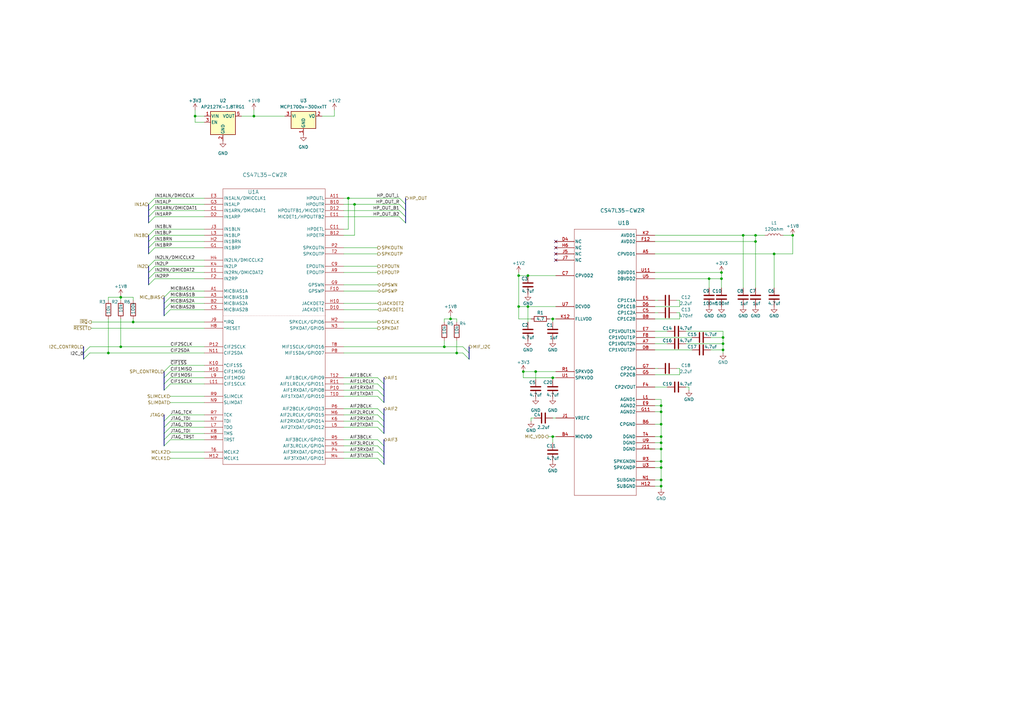
<source format=kicad_sch>
(kicad_sch (version 20230121) (generator eeschema)
  (paper "A3")
  (title_block (title "CS47L35 test board") (date "2023-10-04") (rev "1"))
  (junction (at 49.53 142.24))
  (junction (at 182.245 142.24))
  (junction (at 212.725 125.73))
  (junction (at 296.545 143.51))
  (junction (at 271.145 189.23))
  (junction (at 290.83 114.3))
  (junction (at 296.545 138.43))
  (junction (at 49.53 121.92))
  (junction (at 295.91 111.76))
  (junction (at 304.8 96.52))
  (junction (at 104.14 47.625))
  (junction (at 212.725 113.03))
  (junction (at 309.88 99.06))
  (junction (at 271.145 181.61))
  (junction (at 184.785 130.81))
  (junction (at 216.535 125.73))
  (junction (at 226.695 130.81))
  (junction (at 54.61 132.08))
  (junction (at 271.145 173.99))
  (junction (at 295.91 114.3))
  (junction (at 80.01 47.625))
  (junction (at 145.415 83.82))
  (junction (at 271.145 179.07))
  (junction (at 44.45 144.78))
  (junction (at 271.145 199.39))
  (junction (at 214.63 152.4))
  (junction (at 325.12 96.52))
  (junction (at 271.145 168.91))
  (junction (at 271.145 166.37))
  (junction (at 296.545 140.97))
  (junction (at 271.145 184.15))
  (junction (at 216.535 113.03))
  (junction (at 226.695 154.94))
  (junction (at 187.325 144.78))
  (junction (at 271.145 191.77))
  (junction (at 226.695 179.07))
  (junction (at 142.875 81.28))
  (junction (at 271.145 196.85))
  (junction (at 219.71 152.4))
  (junction (at 309.88 96.52))
  (junction (at 317.5 104.14))
  (no_connect (at 227.965 106.68))
  (no_connect (at 227.965 104.14))
  (no_connect (at 227.965 101.6))
  (no_connect (at 227.965 99.06))
  (bus_entry (at 69.85 121.92) (size -2.54 2.54))
  (bus_entry (at 60.96 96.52) (size 2.54 -2.54))
  (bus_entry (at 154.94 167.64) (size 2.54 2.54))
  (bus_entry (at 60.96 88.9) (size 2.54 -2.54))
  (bus_entry (at 154.94 180.34) (size 2.54 2.54))
  (bus_entry (at 154.94 160.02) (size 2.54 2.54))
  (bus_entry (at 154.94 154.94) (size 2.54 2.54))
  (bus_entry (at 69.85 170.18) (size -2.54 2.54))
  (bus_entry (at 67.31 157.48) (size 2.54 -2.54))
  (bus_entry (at 60.96 104.14) (size 2.54 -2.54))
  (bus_entry (at 60.96 91.44) (size 2.54 -2.54))
  (bus_entry (at 163.83 86.36) (size 2.54 2.54))
  (bus_entry (at 67.31 154.94) (size 2.54 -2.54))
  (bus_entry (at 154.94 175.26) (size 2.54 2.54))
  (bus_entry (at 154.94 185.42) (size 2.54 2.54))
  (bus_entry (at 69.85 180.34) (size -2.54 2.54))
  (bus_entry (at 69.85 119.38) (size -2.54 2.54))
  (bus_entry (at 34.29 144.78) (size 2.54 -2.54))
  (bus_entry (at 69.85 172.72) (size -2.54 2.54))
  (bus_entry (at 163.83 88.9) (size 2.54 2.54))
  (bus_entry (at 34.29 147.32) (size 2.54 -2.54))
  (bus_entry (at 192.405 144.78) (size -2.54 -2.54))
  (bus_entry (at 69.85 175.26) (size -2.54 2.54))
  (bus_entry (at 163.83 81.28) (size 2.54 2.54))
  (bus_entry (at 67.31 160.02) (size 2.54 -2.54))
  (bus_entry (at 60.96 101.6) (size 2.54 -2.54))
  (bus_entry (at 63.5 106.68) (size -2.54 2.54))
  (bus_entry (at 60.96 86.36) (size 2.54 -2.54))
  (bus_entry (at 154.94 170.18) (size 2.54 2.54))
  (bus_entry (at 63.5 109.22) (size -2.54 2.54))
  (bus_entry (at 69.85 177.8) (size -2.54 2.54))
  (bus_entry (at 63.5 111.76) (size -2.54 2.54))
  (bus_entry (at 154.94 172.72) (size 2.54 2.54))
  (bus_entry (at 60.96 83.82) (size 2.54 -2.54))
  (bus_entry (at 154.94 162.56) (size 2.54 2.54))
  (bus_entry (at 163.83 83.82) (size 2.54 2.54))
  (bus_entry (at 69.85 124.46) (size -2.54 2.54))
  (bus_entry (at 63.5 114.3) (size -2.54 2.54))
  (bus_entry (at 154.94 157.48) (size 2.54 2.54))
  (bus_entry (at 154.94 182.88) (size 2.54 2.54))
  (bus_entry (at 154.94 187.96) (size 2.54 2.54))
  (bus_entry (at 192.405 147.32) (size -2.54 -2.54))
  (bus_entry (at 60.96 99.06) (size 2.54 -2.54))
  (bus_entry (at 69.85 127) (size -2.54 2.54))
  (bus_entry (at 67.31 152.4) (size 2.54 -2.54))
  (wire (pts (xy 212.725 113.03) (xy 216.535 113.03)))
  (wire (pts (xy 271.145 163.83) (xy 271.145 166.37)))
  (wire (pts (xy 140.97 162.56) (xy 154.94 162.56)))
  (wire (pts (xy 226.695 130.81) (xy 227.965 130.81)))
  (wire (pts (xy 309.88 96.52) (xy 313.69 96.52)))
  (bus (pts (xy 34.29 142.24) (xy 34.29 144.78)))
  (wire (pts (xy 154.94 127) (xy 140.97 127)))
  (wire (pts (xy 63.5 96.52) (xy 83.82 96.52)))
  (wire (pts (xy 281.305 140.97) (xy 296.545 140.97)))
  (wire (pts (xy 80.01 45.085) (xy 80.01 47.625)))
  (wire (pts (xy 49.53 121.285) (xy 49.53 121.92)))
  (wire (pts (xy 54.61 132.08) (xy 37.465 132.08)))
  (wire (pts (xy 145.415 96.52) (xy 145.415 83.82)))
  (wire (pts (xy 140.97 88.9) (xy 163.83 88.9)))
  (bus (pts (xy 157.48 157.48) (xy 157.48 160.02)))
  (wire (pts (xy 219.71 152.4) (xy 227.965 152.4)))
  (bus (pts (xy 166.37 86.36) (xy 166.37 88.9)))
  (wire (pts (xy 44.45 123.19) (xy 44.45 121.92)))
  (bus (pts (xy 67.31 175.26) (xy 67.31 177.8)))
  (wire (pts (xy 69.85 162.56) (xy 83.82 162.56)))
  (wire (pts (xy 137.16 45.085) (xy 137.16 47.625)))
  (bus (pts (xy 60.96 101.6) (xy 60.96 104.14)))
  (wire (pts (xy 271.145 199.39) (xy 271.145 200.66)))
  (wire (pts (xy 140.97 154.94) (xy 154.94 154.94)))
  (bus (pts (xy 166.37 81.28) (xy 166.37 83.82)))
  (bus (pts (xy 60.96 88.9) (xy 60.96 91.44)))
  (wire (pts (xy 80.01 47.625) (xy 83.82 47.625)))
  (wire (pts (xy 290.83 114.3) (xy 290.83 118.11)))
  (bus (pts (xy 67.31 127) (xy 67.31 129.54)))
  (wire (pts (xy 226.695 179.07) (xy 226.695 181.61)))
  (wire (pts (xy 49.53 130.81) (xy 49.53 142.24)))
  (wire (pts (xy 214.63 152.4) (xy 219.71 152.4)))
  (wire (pts (xy 140.97 101.6) (xy 154.94 101.6)))
  (wire (pts (xy 184.785 130.81) (xy 187.325 130.81)))
  (bus (pts (xy 192.405 144.78) (xy 192.405 147.32)))
  (bus (pts (xy 67.31 121.92) (xy 67.31 124.46)))
  (wire (pts (xy 296.545 143.51) (xy 291.465 143.51)))
  (wire (pts (xy 154.94 116.84) (xy 140.97 116.84)))
  (wire (pts (xy 154.94 124.46) (xy 140.97 124.46)))
  (wire (pts (xy 212.725 130.81) (xy 212.725 125.73)))
  (wire (pts (xy 268.605 104.14) (xy 317.5 104.14)))
  (wire (pts (xy 271.145 163.83) (xy 268.605 163.83)))
  (wire (pts (xy 268.605 181.61) (xy 271.145 181.61)))
  (wire (pts (xy 83.82 93.98) (xy 63.5 93.98)))
  (wire (pts (xy 212.725 111.76) (xy 212.725 113.03)))
  (wire (pts (xy 80.01 50.165) (xy 80.01 47.625)))
  (wire (pts (xy 63.5 83.82) (xy 83.82 83.82)))
  (wire (pts (xy 317.5 104.14) (xy 325.12 104.14)))
  (wire (pts (xy 104.14 45.085) (xy 104.14 47.625)))
  (bus (pts (xy 67.31 177.8) (xy 67.31 180.34)))
  (wire (pts (xy 83.82 180.34) (xy 69.85 180.34)))
  (wire (pts (xy 154.94 109.22) (xy 140.97 109.22)))
  (wire (pts (xy 268.605 173.99) (xy 271.145 173.99)))
  (wire (pts (xy 63.5 88.9) (xy 83.82 88.9)))
  (wire (pts (xy 317.5 104.14) (xy 317.5 118.11)))
  (wire (pts (xy 140.97 157.48) (xy 154.94 157.48)))
  (bus (pts (xy 157.48 162.56) (xy 157.48 165.1)))
  (wire (pts (xy 104.14 47.625) (xy 99.06 47.625)))
  (wire (pts (xy 225.425 130.81) (xy 226.695 130.81)))
  (wire (pts (xy 49.53 121.92) (xy 49.53 123.19)))
  (wire (pts (xy 321.31 96.52) (xy 325.12 96.52)))
  (wire (pts (xy 290.83 114.3) (xy 295.91 114.3)))
  (wire (pts (xy 296.545 135.89) (xy 296.545 138.43)))
  (wire (pts (xy 140.97 160.02) (xy 154.94 160.02)))
  (wire (pts (xy 224.79 179.07) (xy 226.695 179.07)))
  (wire (pts (xy 49.53 142.24) (xy 83.82 142.24)))
  (wire (pts (xy 182.245 139.7) (xy 182.245 142.24)))
  (bus (pts (xy 60.96 114.3) (xy 60.96 116.84)))
  (wire (pts (xy 54.61 121.92) (xy 49.53 121.92)))
  (wire (pts (xy 291.465 138.43) (xy 296.545 138.43)))
  (wire (pts (xy 69.85 187.96) (xy 83.82 187.96)))
  (wire (pts (xy 140.97 187.96) (xy 154.94 187.96)))
  (wire (pts (xy 268.605 111.76) (xy 295.91 111.76)))
  (wire (pts (xy 182.245 132.08) (xy 182.245 130.81)))
  (wire (pts (xy 137.16 47.625) (xy 132.08 47.625)))
  (wire (pts (xy 83.82 157.48) (xy 69.85 157.48)))
  (wire (pts (xy 271.145 191.77) (xy 271.145 196.85)))
  (wire (pts (xy 214.63 154.94) (xy 226.695 154.94)))
  (wire (pts (xy 154.94 134.62) (xy 140.97 134.62)))
  (wire (pts (xy 271.145 173.99) (xy 271.145 179.07)))
  (wire (pts (xy 140.97 170.18) (xy 154.94 170.18)))
  (bus (pts (xy 157.48 180.34) (xy 157.48 182.88)))
  (wire (pts (xy 296.545 140.97) (xy 296.545 143.51)))
  (wire (pts (xy 268.605 199.39) (xy 271.145 199.39)))
  (wire (pts (xy 140.97 93.98) (xy 142.875 93.98)))
  (wire (pts (xy 217.805 130.81) (xy 212.725 130.81)))
  (wire (pts (xy 104.14 47.625) (xy 116.84 47.625)))
  (bus (pts (xy 157.48 154.94) (xy 157.48 157.48)))
  (bus (pts (xy 157.48 167.64) (xy 157.48 170.18)))
  (wire (pts (xy 268.605 166.37) (xy 271.145 166.37)))
  (wire (pts (xy 83.82 152.4) (xy 69.85 152.4)))
  (wire (pts (xy 83.82 99.06) (xy 63.5 99.06)))
  (wire (pts (xy 83.82 124.46) (xy 69.85 124.46)))
  (wire (pts (xy 142.875 81.28) (xy 163.83 81.28)))
  (wire (pts (xy 140.97 185.42) (xy 154.94 185.42)))
  (wire (pts (xy 268.605 143.51) (xy 283.845 143.51)))
  (wire (pts (xy 83.82 175.26) (xy 69.85 175.26)))
  (wire (pts (xy 268.605 140.97) (xy 273.685 140.97)))
  (bus (pts (xy 67.31 154.94) (xy 67.31 157.48)))
  (bus (pts (xy 67.31 152.4) (xy 67.31 154.94)))
  (bus (pts (xy 60.96 86.36) (xy 60.96 88.9)))
  (wire (pts (xy 83.82 134.62) (xy 37.465 134.62)))
  (wire (pts (xy 83.82 149.86) (xy 69.85 149.86)))
  (wire (pts (xy 140.97 144.78) (xy 187.325 144.78)))
  (wire (pts (xy 217.805 172.72) (xy 217.805 171.45)))
  (wire (pts (xy 296.545 138.43) (xy 296.545 140.97)))
  (bus (pts (xy 60.96 99.06) (xy 60.96 101.6)))
  (bus (pts (xy 34.29 144.78) (xy 34.29 147.32)))
  (wire (pts (xy 219.71 155.575) (xy 219.71 152.4)))
  (bus (pts (xy 60.96 96.52) (xy 60.96 99.06)))
  (wire (pts (xy 268.605 168.91) (xy 271.145 168.91)))
  (wire (pts (xy 226.695 154.94) (xy 227.965 154.94)))
  (wire (pts (xy 271.145 196.85) (xy 271.145 199.39)))
  (wire (pts (xy 83.82 121.92) (xy 69.85 121.92)))
  (bus (pts (xy 60.96 109.22) (xy 60.96 111.76)))
  (bus (pts (xy 157.48 187.96) (xy 157.48 190.5)))
  (wire (pts (xy 63.5 109.22) (xy 83.82 109.22)))
  (wire (pts (xy 83.82 119.38) (xy 69.85 119.38)))
  (wire (pts (xy 145.415 83.82) (xy 140.97 83.82)))
  (wire (pts (xy 63.5 101.6) (xy 83.82 101.6)))
  (wire (pts (xy 140.97 142.24) (xy 182.245 142.24)))
  (wire (pts (xy 63.5 114.3) (xy 83.82 114.3)))
  (wire (pts (xy 44.45 144.78) (xy 83.82 144.78)))
  (wire (pts (xy 217.805 171.45) (xy 219.075 171.45)))
  (wire (pts (xy 154.94 132.08) (xy 140.97 132.08)))
  (wire (pts (xy 83.82 81.28) (xy 63.5 81.28)))
  (wire (pts (xy 212.725 113.03) (xy 212.725 125.73)))
  (wire (pts (xy 83.82 154.94) (xy 69.85 154.94)))
  (wire (pts (xy 69.85 172.72) (xy 83.82 172.72)))
  (wire (pts (xy 216.535 125.73) (xy 216.535 132.08)))
  (wire (pts (xy 83.82 127) (xy 69.85 127)))
  (wire (pts (xy 142.875 93.98) (xy 142.875 81.28)))
  (wire (pts (xy 277.495 123.19) (xy 278.765 123.19)))
  (bus (pts (xy 192.405 142.24) (xy 192.405 144.78)))
  (wire (pts (xy 296.545 144.78) (xy 296.545 143.51)))
  (wire (pts (xy 268.605 158.75) (xy 273.685 158.75)))
  (wire (pts (xy 268.605 151.13) (xy 269.875 151.13)))
  (wire (pts (xy 226.695 171.45) (xy 227.965 171.45)))
  (wire (pts (xy 271.145 179.07) (xy 271.145 181.61)))
  (wire (pts (xy 83.82 132.08) (xy 54.61 132.08)))
  (wire (pts (xy 309.88 96.52) (xy 309.88 99.06)))
  (wire (pts (xy 226.695 132.08) (xy 226.695 130.81)))
  (wire (pts (xy 227.965 179.07) (xy 226.695 179.07)))
  (wire (pts (xy 140.97 86.36) (xy 163.83 86.36)))
  (wire (pts (xy 189.865 144.78) (xy 187.325 144.78)))
  (wire (pts (xy 83.82 177.8) (xy 69.85 177.8)))
  (bus (pts (xy 60.96 111.76) (xy 60.96 114.3)))
  (bus (pts (xy 157.48 175.26) (xy 157.48 177.8)))
  (wire (pts (xy 268.605 196.85) (xy 271.145 196.85)))
  (wire (pts (xy 83.82 170.18) (xy 69.85 170.18)))
  (wire (pts (xy 271.145 191.77) (xy 268.605 191.77)))
  (wire (pts (xy 226.695 155.575) (xy 226.695 154.94)))
  (wire (pts (xy 278.765 151.13) (xy 278.765 153.67)))
  (wire (pts (xy 268.605 138.43) (xy 283.845 138.43)))
  (wire (pts (xy 36.83 142.24) (xy 49.53 142.24)))
  (wire (pts (xy 295.91 114.3) (xy 295.91 111.76)))
  (wire (pts (xy 271.145 179.07) (xy 268.605 179.07)))
  (wire (pts (xy 184.785 129.54) (xy 184.785 130.81)))
  (wire (pts (xy 83.82 50.165) (xy 80.01 50.165)))
  (wire (pts (xy 268.605 123.19) (xy 269.875 123.19)))
  (wire (pts (xy 54.61 130.81) (xy 54.61 132.08)))
  (wire (pts (xy 277.495 128.27) (xy 278.765 128.27)))
  (wire (pts (xy 212.725 125.73) (xy 216.535 125.73)))
  (bus (pts (xy 157.48 170.18) (xy 157.48 172.72)))
  (wire (pts (xy 278.765 123.19) (xy 278.765 125.73)))
  (bus (pts (xy 166.37 88.9) (xy 166.37 91.44)))
  (wire (pts (xy 145.415 83.82) (xy 163.83 83.82)))
  (bus (pts (xy 157.48 160.02) (xy 157.48 162.56)))
  (wire (pts (xy 154.94 111.76) (xy 140.97 111.76)))
  (wire (pts (xy 69.85 185.42) (xy 83.82 185.42)))
  (bus (pts (xy 67.31 157.48) (xy 67.31 160.02)))
  (wire (pts (xy 271.145 184.15) (xy 271.145 189.23)))
  (wire (pts (xy 83.82 86.36) (xy 63.5 86.36)))
  (wire (pts (xy 309.88 99.06) (xy 309.88 118.11)))
  (bus (pts (xy 166.37 83.82) (xy 166.37 86.36)))
  (wire (pts (xy 281.305 135.89) (xy 296.545 135.89)))
  (wire (pts (xy 282.575 160.02) (xy 282.575 158.75)))
  (wire (pts (xy 140.97 182.88) (xy 154.94 182.88)))
  (wire (pts (xy 187.325 139.7) (xy 187.325 144.78)))
  (wire (pts (xy 271.145 168.91) (xy 271.145 173.99)))
  (wire (pts (xy 268.605 189.23) (xy 271.145 189.23)))
  (wire (pts (xy 282.575 158.75) (xy 281.305 158.75)))
  (wire (pts (xy 268.605 99.06) (xy 309.88 99.06)))
  (wire (pts (xy 36.83 144.78) (xy 44.45 144.78)))
  (wire (pts (xy 54.61 123.19) (xy 54.61 121.92)))
  (wire (pts (xy 154.94 119.38) (xy 140.97 119.38)))
  (wire (pts (xy 278.765 125.73) (xy 268.605 125.73)))
  (wire (pts (xy 278.765 128.27) (xy 278.765 130.81)))
  (wire (pts (xy 271.145 189.23) (xy 271.145 191.77)))
  (bus (pts (xy 67.31 124.46) (xy 67.31 127)))
  (wire (pts (xy 295.91 114.3) (xy 295.91 118.11)))
  (wire (pts (xy 268.605 96.52) (xy 304.8 96.52)))
  (wire (pts (xy 44.45 130.81) (xy 44.45 144.78)))
  (wire (pts (xy 140.97 167.64) (xy 154.94 167.64)))
  (wire (pts (xy 278.765 130.81) (xy 268.605 130.81)))
  (wire (pts (xy 216.535 113.03) (xy 227.965 113.03)))
  (wire (pts (xy 44.45 121.92) (xy 49.53 121.92)))
  (wire (pts (xy 140.97 180.34) (xy 154.94 180.34)))
  (wire (pts (xy 142.875 81.28) (xy 140.97 81.28)))
  (wire (pts (xy 268.605 135.89) (xy 273.685 135.89)))
  (wire (pts (xy 304.8 96.52) (xy 304.8 118.11)))
  (wire (pts (xy 182.245 130.81) (xy 184.785 130.81)))
  (wire (pts (xy 69.85 165.1) (xy 83.82 165.1)))
  (bus (pts (xy 60.96 83.82) (xy 60.96 86.36)))
  (bus (pts (xy 157.48 182.88) (xy 157.48 185.42)))
  (wire (pts (xy 268.605 184.15) (xy 271.145 184.15)))
  (bus (pts (xy 67.31 172.72) (xy 67.31 175.26)))
  (wire (pts (xy 271.145 181.61) (xy 271.145 184.15)))
  (wire (pts (xy 216.535 125.73) (xy 227.965 125.73)))
  (wire (pts (xy 189.865 142.24) (xy 182.245 142.24)))
  (bus (pts (xy 157.48 185.42) (xy 157.48 187.96)))
  (wire (pts (xy 187.325 130.81) (xy 187.325 132.08)))
  (wire (pts (xy 140.97 172.72) (xy 154.94 172.72)))
  (wire (pts (xy 83.82 106.68) (xy 63.5 106.68)))
  (wire (pts (xy 83.82 111.76) (xy 63.5 111.76)))
  (wire (pts (xy 154.94 104.14) (xy 140.97 104.14)))
  (wire (pts (xy 325.12 96.52) (xy 325.12 104.14)))
  (wire (pts (xy 268.605 128.27) (xy 269.875 128.27)))
  (wire (pts (xy 271.145 166.37) (xy 271.145 168.91)))
  (wire (pts (xy 214.63 152.4) (xy 214.63 154.94)))
  (bus (pts (xy 67.31 180.34) (xy 67.31 182.88)))
  (bus (pts (xy 67.31 170.18) (xy 67.31 172.72)))
  (bus (pts (xy 157.48 172.72) (xy 157.48 175.26)))
  (wire (pts (xy 277.495 151.13) (xy 278.765 151.13)))
  (wire (pts (xy 140.97 175.26) (xy 154.94 175.26)))
  (wire (pts (xy 304.8 96.52) (xy 309.88 96.52)))
  (wire (pts (xy 140.97 96.52) (xy 145.415 96.52)))
  (wire (pts (xy 278.765 153.67) (xy 268.605 153.67)))
  (wire (pts (xy 268.605 114.3) (xy 290.83 114.3)))
  (label "IN1ALP" (at 63.5 83.82 0))
  (label "HP_OUT_R" (at 163.83 83.82 180))
  (label "MICBIAS2B" (at 69.85 127 0))
  (label "JTAG_TDO" (at 69.85 175.26 0))
  (label "AIF1RXDAT" (at 143.51 160.02 0))
  (label "IN1BLN" (at 63.5 93.98 0))
  (label "JTAG_TDI" (at 69.85 177.8 0))
  (label "AIF3TXDAT" (at 143.51 187.96 0))
  (label "JTAG_TDI" (at 69.85 172.72 0))
  (label "~{CIF1SS}" (at 69.85 149.86 0))
  (label "CIF2SCLK" (at 69.85 142.24 0))
  (label "IN1BRP" (at 63.5 101.6 0))
  (label "HP_OUT_L" (at 163.83 81.28 180))
  (label "IN1ALN{slash}DMICCLK" (at 63.5 81.28 0))
  (label "HP_OUT_B2" (at 163.83 88.9 180))
  (label "MICBIAS1B" (at 69.85 121.92 0))
  (label "AIF1TXDAT" (at 143.51 162.56 0))
  (label "IN1BLP" (at 63.5 96.52 0))
  (label "MICBIAS1A" (at 69.85 119.38 0))
  (label "CIF1MISO" (at 69.85 152.4 0))
  (label "AIF3BCLK" (at 143.51 180.34 0))
  (label "IN1ARP" (at 63.5 88.9 0))
  (label "IN2RN{slash}DMICDAT2" (at 63.5 111.76 0))
  (label "AIF1LRCLK" (at 143.51 157.48 0))
  (label "IN2RP" (at 63.5 114.3 0))
  (label "I2C_0" (at 34.29 146.05 180))
  (label "AIF2RXDAT" (at 143.51 172.72 0))
  (label "AIF2LRCLK" (at 143.51 170.18 0))
  (label "AIF3RXDAT" (at 143.51 185.42 0))
  (label "AIF2TXDAT" (at 143.51 175.26 0))
  (label "IN2LP" (at 63.5 109.22 0))
  (label "IN2LN{slash}DMICCLK2" (at 63.5 106.68 0))
  (label "IN1BRN" (at 63.5 99.06 0))
  (label "AIF3LRCLK" (at 143.51 182.88 0))
  (label "HP_OUT_B1" (at 163.83 86.36 180))
  (label "MICBIAS2A" (at 69.85 124.46 0))
  (label "IN1ARN{slash}DMICDAT1" (at 63.5 86.36 0))
  (label "JTAG_TCK" (at 69.85 170.18 0))
  (label "JTAG_TRST" (at 69.85 180.34 0))
  (label "CIF1SCLK" (at 69.85 157.48 0))
  (label "AIF1BCLK" (at 143.51 154.94 0))
  (label "CIF2SDA" (at 69.85 144.78 0))
  (label "AIF2BCLK" (at 143.51 167.64 0))
  (label "CIF1MOSI" (at 69.85 154.94 0))
  (hierarchical_label "AIF1" (shape bidirectional) (at 157.48 154.94 0))
  (hierarchical_label "AIF3" (shape bidirectional) (at 157.48 180.34 0))
  (hierarchical_label "IN1B" (shape input) (at 60.96 96.52 180))
  (hierarchical_label "SLIMDAT" (shape input) (at 69.85 165.1 180))
  (hierarchical_label "GPSWP" (shape tri_state) (at 154.94 119.38 0))
  (hierarchical_label "SPKCLK" (shape output) (at 154.94 132.08 0))
  (hierarchical_label "IN1A" (shape input) (at 60.96 83.82 180))
  (hierarchical_label "I2C_CONTROL" (shape input) (at 34.29 142.24 180))
  (hierarchical_label "SPI_CONTROL" (shape input) (at 67.31 152.4 180))
  (hierarchical_label "SLIMCLK" (shape input) (at 69.85 162.56 180))
  (hierarchical_label "SPKOUTP" (shape output) (at 154.94 104.14 0))
  (hierarchical_label "SPKOUTN" (shape output) (at 154.94 101.6 0))
  (hierarchical_label "AIF2" (shape bidirectional) (at 157.48 167.64 0))
  (hierarchical_label "JACKDET2" (shape input) (at 154.94 124.46 0))
  (hierarchical_label "MIC_VDD" (shape output) (at 224.79 179.07 180))
  (hierarchical_label "JACKDET1" (shape input) (at 154.94 127 0))
  (hierarchical_label "IN2" (shape input) (at 60.96 109.22 180))
  (hierarchical_label "MCLK2" (shape input) (at 69.85 185.42 180))
  (hierarchical_label "MCLK1" (shape input) (at 69.85 187.96 180))
  (hierarchical_label "MIF_I2C" (shape output) (at 192.405 142.24 0))
  (hierarchical_label "SPKDAT" (shape output) (at 154.94 134.62 0))
  (hierarchical_label "MIC_BIAS" (shape output) (at 67.31 121.92 180))
  (hierarchical_label "~{IRQ}" (shape output) (at 37.465 132.08 180))
  (hierarchical_label "EPOUTP" (shape output) (at 154.94 111.76 0))
  (hierarchical_label "GPSWN" (shape tri_state) (at 154.94 116.84 0))
  (hierarchical_label "~{RESET}" (shape input) (at 37.465 134.62 180))
  (hierarchical_label "EPOUTN" (shape output) (at 154.94 109.22 0))
  (hierarchical_label "HP_OUT" (shape output) (at 166.37 81.28 0))
  (hierarchical_label "JTAG" (shape bidirectional) (at 67.31 170.18 180))
  (symbol (lib_id "!component database:Resistors/DKPFR05S-103-JNH") (at 182.245 135.89 0) (mirror y) (unit 1)
    (property "Reference" "R5" (at 186.055 132.715 0) (effects (justify left)))
    (property "Value" "10k" (at 182.245 137.16 90) (effects (justify left)))
    (property "Footprint" "Resistor_SMD:R_0402_1005Metric" (effects hide))
    (property "Datasheet" "${PART_DB_DIR}/Datasheets/cynts00024-1.pdf" (effects hide))
    (property "MPN" "PFR05S-103-JNH" (effects hide))
    (property "Stock" "0" (effects hide))
  )
  (symbol (lib_id "!component database:Capacitors/DKCL05A475KQ5NRNC") (at 226.695 159.385 0) (mirror x) (unit 1)
    (property "Reference" "C20" (at 226.695 156.845 0) (effects (justify right)))
    (property "Value" "4.7uf" (at 229.235 161.925 0) (effects (justify right)))
    (property "Footprint" "Capacitor_SMD:C_0402_1005Metric" (effects hide))
    (property "Datasheet" "${PART_DB_DIR}/CL05A475KQ5NRNC_Spec.pdf" (effects hide))
    (property "MPN" "CL05A475KQ5NRNC" (effects hide))
    (property "Stock" "0" (effects hide))
  )
  (symbol (lib_id "power:+1V2") (at 137.16 45.085 0) (unit 1)
    (property "Reference" "#PWR02" (effects hide))
    (property "Value" "+1V2" (at 137.16 41.275 0))
  )
  (symbol (lib_id "power:GND") (at 290.83 125.73 0) (unit 1)
    (property "Reference" "#PWR017" (effects hide))
    (property "Value" "GND" (at 290.83 129.54 0))
  )
  (symbol (lib_id "!component database:Capacitors/DKCL05A475KQ5NRNC") (at 216.535 116.84 0) (mirror x) (unit 1)
    (property "Reference" "C3" (at 216.535 114.3 0) (effects (justify right)))
    (property "Value" "4.7uf" (at 219.075 119.38 0) (effects (justify right)))
    (property "Footprint" "Capacitor_SMD:C_0402_1005Metric" (effects hide))
    (property "Datasheet" "${PART_DB_DIR}/CL05A475KQ5NRNC_Spec.pdf" (effects hide))
    (property "MPN" "CL05A475KQ5NRNC" (effects hide))
    (property "Stock" "0" (effects hide))
  )
  (symbol (lib_id "power:+1V8") (at 49.53 121.285 0) (unit 1)
    (property "Reference" "#PWR023" (effects hide))
    (property "Value" "+1V8" (at 49.53 117.475 0))
  )
  (symbol (lib_id "power:GND") (at 309.88 125.73 0) (unit 1)
    (property "Reference" "#PWR015" (effects hide))
    (property "Value" "GND" (at 309.88 129.54 0))
  )
  (symbol (lib_id "power:+1V8") (at 104.14 45.085 0) (unit 1)
    (property "Reference" "#PWR01" (effects hide))
    (property "Value" "+1V8" (at 104.14 41.275 0))
  )
  (symbol (lib_name "Capacitors/DKCL05A475KQ5NRNC_1") (lib_id "!component database:Capacitors/DKCL05A475KQ5NRNC") (at 287.655 143.51 90) (unit 1)
    (property "Reference" "C17" (at 283.845 142.24 90))
    (property "Value" "4.7uf" (at 291.465 142.24 90))
    (property "Footprint" "Capacitor_SMD:C_0402_1005Metric" (effects hide))
    (property "Datasheet" "${PART_DB_DIR}/CL05A475KQ5NRNC_Spec.pdf" (effects hide))
    (property "MPN" "CL05A475KQ5NRNC" (effects hide))
    (property "Stock" "100" (effects hide))
  )
  (symbol (lib_id "!component database:Capacitors/DKCL05A474KP5NNNC") (at 273.685 128.27 90) (unit 1)
    (property "Reference" "C13" (at 281.305 127 90))
    (property "Value" "470nf" (at 281.305 129.54 90))
    (property "Footprint" "Capacitor_SMD:C_0402_1005Metric" (effects hide))
    (property "Datasheet" "${PART_DB_DIR}/Datasheets/CL05A474KP5NNNC_Spec.pdf" (effects hide))
    (property "MPN" "CL05A474KP5NNNC" (effects hide))
    (property "Stock" "0" (effects hide))
  )
  (symbol (lib_id "power:+1V8") (at 325.12 96.52 0) (mirror y) (unit 1)
    (property "Reference" "#PWR013" (effects hide))
    (property "Value" "+1V8" (at 325.12 92.71 0))
  )
  (symbol (lib_id "power:+1V8") (at 184.785 129.54 0) (unit 1)
    (property "Reference" "#PWR024" (effects hide))
    (property "Value" "+1V8" (at 184.785 125.73 0))
  )
  (symbol (lib_id "power:GND") (at 296.545 144.78 0) (unit 1)
    (property "Reference" "#PWR021" (effects hide))
    (property "Value" "GND" (at 296.545 148.59 0))
  )
  (symbol (lib_id "!component database:Capacitors/DKCL05A475KQ5NRNC") (at 219.71 159.385 0) (mirror x) (unit 1)
    (property "Reference" "C5" (at 219.71 156.845 0) (effects (justify right)))
    (property "Value" "4.7uf" (at 222.25 161.925 0) (effects (justify right)))
    (property "Footprint" "Capacitor_SMD:C_0402_1005Metric" (effects hide))
    (property "Datasheet" "${PART_DB_DIR}/CL05A475KQ5NRNC_Spec.pdf" (effects hide))
    (property "MPN" "CL05A475KQ5NRNC" (effects hide))
    (property "Stock" "0" (effects hide))
  )
  (symbol (lib_id "power:GND") (at 124.46 55.245 0) (unit 1)
    (property "Reference" "#PWR04" (effects hide))
    (property "Value" "GND" (at 124.46 60.325 0))
  )
  (symbol (lib_id "!component database:Capacitors/DKKGM05AR71C104KH") (at 295.91 121.92 0) (unit 1)
    (property "Reference" "C10" (at 292.1 119.38 0) (effects (justify left)))
    (property "Value" "100nf" (at 293.37 124.46 0) (effects (justify left)))
    (property "Footprint" "Capacitor_SMD:C_0402_1005Metric" (effects hide))
    (property "Datasheet" "${PART_DB_DIR}/Datasheets/KGM_X7R.pdf" (effects hide))
    (property "MPN" "KGM05AR71C104KH" (effects hide))
    (property "Stock" "0" (effects hide))
  )
  (symbol (lib_id "!component database:Resistors/DKPFR05S-103-JNH") (at 187.325 135.89 0) (mirror y) (unit 1)
    (property "Reference" "R4" (at 191.135 132.715 0) (effects (justify left)))
    (property "Value" "10k" (at 187.325 137.16 90) (effects (justify left)))
    (property "Footprint" "Resistor_SMD:R_0402_1005Metric" (effects hide))
    (property "Datasheet" "${PART_DB_DIR}/Datasheets/cynts00024-1.pdf" (effects hide))
    (property "MPN" "PFR05S-103-JNH" (effects hide))
    (property "Stock" "0" (effects hide))
  )
  (symbol (lib_id "Device:L") (at 317.5 96.52 90) (unit 1)
    (property "Reference" "L1" (at 317.5 91.44 90))
    (property "Value" "120ohm" (at 317.5 93.98 90))
  )
  (symbol (lib_name "Capacitors/DKGRM155C80J225KE95D_1") (lib_id "!component database:Capacitors/DKGRM155C80J225KE95D") (at 273.685 151.13 90) (unit 1)
    (property "Reference" "C18" (at 281.305 149.86 90))
    (property "Value" "2.2uf" (at 281.305 152.4 90))
    (property "Footprint" "Capacitor_SMD:C_0402_1005Metric" (effects hide))
    (property "Datasheet" "${PART_DB_DIR}/GRM155C80J225KE95-01.pdf" (effects hide))
    (property "MPN" "GRM155C80J225KE95D" (effects hide))
    (property "Stock" "100" (effects hide))
  )
  (symbol (lib_id "!component database:Capacitors/DKCL05A475KQ5NRNC") (at 317.5 121.92 0) (unit 1)
    (property "Reference" "C6" (at 314.96 119.38 0) (effects (justify left)))
    (property "Value" "4.7uf" (at 314.96 124.46 0) (effects (justify left)))
    (property "Footprint" "Capacitor_SMD:C_0402_1005Metric" (effects hide))
    (property "Datasheet" "${PART_DB_DIR}/CL05A475KQ5NRNC_Spec.pdf" (effects hide))
    (property "MPN" "CL05A475KQ5NRNC" (effects hide))
    (property "Stock" "0" (effects hide))
  )
  (symbol (lib_id "power:+1V2") (at 212.725 111.76 0) (unit 1)
    (property "Reference" "#PWR06" (effects hide))
    (property "Value" "+1V2" (at 212.725 107.95 0))
  )
  (symbol (lib_id "power:GND") (at 295.91 125.73 0) (unit 1)
    (property "Reference" "#PWR018" (effects hide))
    (property "Value" "GND" (at 295.91 129.54 0))
  )
  (symbol (lib_id "!component database:ICs/DKAP2127K-1.8TRG1") (at 91.44 50.165 0) (unit 1)
    (property "Reference" "U2" (at 91.44 41.275 0))
    (property "Value" "AP2127K-1.8TRG1" (at 91.44 43.815 0))
    (property "Footprint" "Package_TO_SOT_SMD:SOT-23-5" (effects hide))
    (property "Datasheet" "${PART_DB_DIR}/Datasheets/AP2127.pdf" (effects hide))
    (property "MPN" "AP2127K-1.8TRG1" (effects hide))
    (property "Stock" "0" (effects hide))
  )
  (symbol (lib_id "!component database:Resistors/DKPFR05S-103-JNH") (at 49.53 127 0) (unit 1)
    (property "Reference" "R2" (at 45.72 123.825 0) (effects (justify left)))
    (property "Value" "10k" (at 49.53 128.27 90) (effects (justify left)))
    (property "Footprint" "Resistor_SMD:R_0402_1005Metric" (effects hide))
    (property "Datasheet" "${PART_DB_DIR}/Datasheets/cynts00024-1.pdf" (effects hide))
    (property "MPN" "PFR05S-103-JNH" (effects hide))
    (property "Stock" "0" (effects hide))
  )
  (symbol (lib_id "power:GND") (at 217.805 172.72 0) (unit 1)
    (property "Reference" "#PWR010" (effects hide))
    (property "Value" "GND" (at 217.805 176.53 0))
  )
  (symbol (lib_id "!component database:Resistors/DKRMCF0402JT100K") (at 54.61 127 0) (unit 1)
    (property "Reference" "R6" (at 50.8 123.825 0) (effects (justify left)))
    (property "Value" "100k" (at 54.61 128.905 90) (effects (justify left)))
    (property "Footprint" "Resistor_SMD:R_0402_1005Metric" (effects hide))
    (property "Datasheet" "${PART_DB_DIR}/Datasheets/sei-rmcf_rmcp.pdf" (effects hide))
    (property "MPN" "RMCF0402JT100K" (effects hide))
    (property "Stock" "0" (effects hide))
  )
  (symbol (lib_id "power:+3V3") (at 80.01 45.085 0) (unit 1)
    (property "Reference" "#PWR05" (effects hide))
    (property "Value" "+3V3" (at 80.01 41.275 0))
  )
  (symbol (lib_id "power:GND") (at 226.695 163.195 0) (unit 1)
    (property "Reference" "#PWR025" (effects hide))
    (property "Value" "GND" (at 226.695 168.275 0))
  )
  (symbol (lib_name "Capacitors/DKGRM155C80J225KE95D_1") (lib_id "!component database:Capacitors/DKGRM155C80J225KE95D") (at 273.685 123.19 90) (unit 1)
    (property "Reference" "C12" (at 281.305 121.92 90))
    (property "Value" "2.2uf" (at 281.305 124.46 90))
    (property "Footprint" "Capacitor_SMD:C_0402_1005Metric" (effects hide))
    (property "Datasheet" "${PART_DB_DIR}/GRM155C80J225KE95-01.pdf" (effects hide))
    (property "MPN" "GRM155C80J225KE95D" (effects hide))
    (property "Stock" "100" (effects hide))
  )
  (symbol (lib_name "Capacitors/DKCL05A475KQ5NRNC_1") (lib_id "!component database:Capacitors/DKCL05A475KQ5NRNC") (at 277.495 135.89 90) (unit 1)
    (property "Reference" "C14" (at 273.685 134.62 90))
    (property "Value" "4.7uf" (at 281.305 134.62 90))
    (property "Footprint" "Capacitor_SMD:C_0402_1005Metric" (effects hide))
    (property "Datasheet" "${PART_DB_DIR}/CL05A475KQ5NRNC_Spec.pdf" (effects hide))
    (property "MPN" "CL05A475KQ5NRNC" (effects hide))
    (property "Stock" "100" (effects hide))
  )
  (symbol (lib_id "!component database:Capacitors/DKC0402C105K9PAC7867") (at 226.695 135.89 180) (unit 1)
    (property "Reference" "C1" (at 224.155 133.35 0) (effects (justify right)))
    (property "Value" "1uf" (at 225.425 138.43 0) (effects (justify right)))
    (property "Footprint" "Capacitor_SMD:C_0402_1005Metric" (effects hide))
    (property "Datasheet" "${PART_DB_DIR}/Datasheets/C0402C105K9PACTU.pdf" (effects hide))
    (property "MPN" "C0402C105K9PAC7867" (effects hide))
    (property "Stock" "0" (effects hide))
  )
  (symbol (lib_id "!component database:Capacitors/DKCL05A475KQ5NRNC") (at 216.535 135.89 0) (unit 1)
    (property "Reference" "C2" (at 213.995 133.35 0) (effects (justify left)))
    (property "Value" "4.7uf" (at 213.995 138.43 0) (effects (justify left)))
    (property "Footprint" "Capacitor_SMD:C_0402_1005Metric" (effects hide))
    (property "Datasheet" "${PART_DB_DIR}/CL05A475KQ5NRNC_Spec.pdf" (effects hide))
    (property "MPN" "CL05A475KQ5NRNC" (effects hide))
    (property "Stock" "0" (effects hide))
  )
  (symbol (lib_id "!component database:Capacitors/DKCL05A475KQ5NRNC") (at 226.695 185.42 0) (unit 1)
    (property "Reference" "C11" (at 224.155 182.88 0) (effects (justify left)))
    (property "Value" "4.7uf" (at 224.155 187.96 0) (effects (justify left)))
    (property "Footprint" "Capacitor_SMD:C_0402_1005Metric" (effects hide))
    (property "Datasheet" "${PART_DB_DIR}/CL05A475KQ5NRNC_Spec.pdf" (effects hide))
    (property "MPN" "CL05A475KQ5NRNC" (effects hide))
    (property "Stock" "0" (effects hide))
  )
  (symbol (lib_id "power:+3V3") (at 295.91 111.76 0) (unit 1)
    (property "Reference" "#PWR011" (effects hide))
    (property "Value" "+3V3" (at 295.91 107.95 0))
  )
  (symbol (lib_name "Capacitors/DKCL05A475KQ5NRNC_1") (lib_id "!component database:Capacitors/DKCL05A475KQ5NRNC") (at 277.495 158.75 90) (unit 1)
    (property "Reference" "C19" (at 273.685 157.48 90))
    (property "Value" "4.7uf" (at 281.305 157.48 90))
    (property "Footprint" "Capacitor_SMD:C_0402_1005Metric" (effects hide))
    (property "Datasheet" "${PART_DB_DIR}/CL05A475KQ5NRNC_Spec.pdf" (effects hide))
    (property "MPN" "CL05A475KQ5NRNC" (effects hide))
    (property "Stock" "100" (effects hide))
  )
  (symbol (lib_name "ICs/DKCS47L35-CWZR‎ _1") (lib_id "!component database:ICs/DKCS47L35-CWZR‎ ") (at 83.82 81.28 0) (unit 1)
    (property "Reference" "U1" (at 101.6 78.74 0) (effects (font (size 1.524 1.524)) (justify left)))
    (property "Value" "CS47L35-CWZR‎ " (at 109.22 71.755 0) (effects (font (size 1.524 1.524))))
    (property "Footprint" "Part DB Footprints:BGA_CS47L35-CWZR_CIR" (effects hide))
    (property "Datasheet" "${PART_DB_DIR}/Datasheets/CS47L35_F3.pdf" (effects hide))
    (property "MPN" "CS47L35-CWZR‎ " (effects hide))
    (property "Stock" "3" (effects hide))
  )
  (symbol (lib_id "power:GND") (at 226.695 139.7 0) (unit 1)
    (property "Reference" "#PWR09" (effects hide))
    (property "Value" "GND" (at 226.695 143.51 0))
  )
  (symbol (lib_id "power:GND") (at 219.71 163.195 0) (unit 1)
    (property "Reference" "#PWR012" (effects hide))
    (property "Value" "GND" (at 219.71 168.275 0))
  )
  (symbol (lib_id "!component database:Capacitors/DKC0402C105K9PAC7867") (at 304.8 121.92 180) (unit 1)
    (property "Reference" "C8" (at 302.26 119.38 0) (effects (justify right)))
    (property "Value" "1uf" (at 303.53 124.46 0) (effects (justify right)))
    (property "Footprint" "Capacitor_SMD:C_0402_1005Metric" (effects hide))
    (property "Datasheet" "${PART_DB_DIR}/Datasheets/C0402C105K9PACTU.pdf" (effects hide))
    (property "MPN" "C0402C105K9PAC7867" (effects hide))
    (property "Stock" "0" (effects hide))
  )
  (symbol (lib_id "!component database:Capacitors/DKKGM05AR71C104KH") (at 290.83 121.92 0) (unit 1)
    (property "Reference" "C9" (at 288.29 119.38 0) (effects (justify left)))
    (property "Value" "100nf" (at 288.29 124.46 0) (effects (justify left)))
    (property "Footprint" "Capacitor_SMD:C_0402_1005Metric" (effects hide))
    (property "Datasheet" "${PART_DB_DIR}/Datasheets/KGM_X7R.pdf" (effects hide))
    (property "MPN" "KGM05AR71C104KH" (effects hide))
    (property "Stock" "0" (effects hide))
  )
  (symbol (lib_id "!component database:ICs/DKCS47L35-CWZR‎ ") (at 235.585 93.98 0) (unit 2)
    (property "Reference" "U1" (at 253.365 91.44 0) (effects (font (size 1.524 1.524)) (justify left)))
    (property "Value" "CS47L35-CWZR‎ " (at 255.905 86.36 0) (effects (font (size 1.524 1.524))))
    (property "Footprint" "Part DB Footprints:BGA_CS47L35-CWZR_CIR" (effects hide))
    (property "Datasheet" "${PART_DB_DIR}/Datasheets/CS47L35_F3.pdf" (effects hide))
    (property "MPN" "CS47L35-CWZR‎ " (effects hide))
    (property "Stock" "3" (effects hide))
  )
  (symbol (lib_id "!component database:Capacitors/DKC0402C105K9PAC7867") (at 309.88 121.92 180) (unit 1)
    (property "Reference" "C7" (at 307.34 119.38 0) (effects (justify right)))
    (property "Value" "1uf" (at 308.61 124.46 0) (effects (justify right)))
    (property "Footprint" "Capacitor_SMD:C_0402_1005Metric" (effects hide))
    (property "Datasheet" "${PART_DB_DIR}/Datasheets/C0402C105K9PACTU.pdf" (effects hide))
    (property "MPN" "C0402C105K9PAC7867" (effects hide))
    (property "Stock" "0" (effects hide))
  )
  (symbol (lib_id "!component database:Capacitors/DKGRM155C80J225KE95D") (at 222.885 171.45 90) (mirror x) (unit 1)
    (property "Reference" "C4" (at 220.345 170.18 90))
    (property "Value" "2.2uf" (at 222.885 175.26 90))
    (property "Footprint" "Capacitor_SMD:C_0402_1005Metric" (effects hide))
    (property "Datasheet" "${PART_DB_DIR}/GRM155C80J225KE95-01.pdf" (effects hide))
    (property "MPN" "GRM155C80J225KE95D" (effects hide))
    (property "Stock" "0" (effects hide))
  )
  (symbol (lib_id "power:GND") (at 304.8 125.73 0) (unit 1)
    (property "Reference" "#PWR016" (effects hide))
    (property "Value" "GND" (at 304.8 129.54 0))
  )
  (symbol (lib_id "!component database:Resistors/DKPFR05S-103-JNH") (at 44.45 127 0) (unit 1)
    (property "Reference" "R3" (at 40.64 123.825 0) (effects (justify left)))
    (property "Value" "10k" (at 44.45 128.905 90) (effects (justify left)))
    (property "Footprint" "Resistor_SMD:R_0402_1005Metric" (effects hide))
    (property "Datasheet" "${PART_DB_DIR}/Datasheets/cynts00024-1.pdf" (effects hide))
    (property "MPN" "PFR05S-103-JNH" (effects hide))
    (property "Stock" "0" (effects hide))
  )
  (symbol (lib_id "power:+3V3") (at 214.63 152.4 0) (unit 1)
    (property "Reference" "#PWR011" (effects hide))
    (property "Value" "+3V3" (at 214.63 148.59 0))
  )
  (symbol (lib_id "power:GND") (at 282.575 160.02 0) (unit 1)
    (property "Reference" "#PWR022" (effects hide))
    (property "Value" "GND" (at 282.575 163.83 0))
  )
  (symbol (lib_name "Capacitors/DKCL05A475KQ5NRNC_1") (lib_id "!component database:Capacitors/DKCL05A475KQ5NRNC") (at 277.495 140.97 90) (unit 1)
    (property "Reference" "C16" (at 273.685 139.7 90))
    (property "Value" "4.7uf" (at 281.305 139.7 90))
    (property "Footprint" "Capacitor_SMD:C_0402_1005Metric" (effects hide))
    (property "Datasheet" "${PART_DB_DIR}/CL05A475KQ5NRNC_Spec.pdf" (effects hide))
    (property "MPN" "CL05A475KQ5NRNC" (effects hide))
    (property "Stock" "100" (effects hide))
  )
  (symbol (lib_id "power:GND") (at 216.535 120.65 0) (unit 1)
    (property "Reference" "#PWR07" (effects hide))
    (property "Value" "GND" (at 216.535 124.46 0))
  )
  (symbol (lib_id "power:GND") (at 271.145 200.66 0) (unit 1)
    (property "Reference" "#PWR020" (effects hide))
    (property "Value" "GND" (at 271.145 204.47 0))
  )
  (symbol (lib_id "!component database:ICs/DKMCP1700T-1202E/TT") (at 124.46 47.625 0) (unit 1)
    (property "Reference" "U3" (at 124.46 41.275 0))
    (property "Value" "MCP1700x-300xxTT" (at 124.46 43.815 0))
    (property "Footprint" "Package_TO_SOT_SMD:SOT-23" (effects hide))
    (property "Datasheet" "${PART_DB_DIR}/Datasheets/MCP1700-Data-Sheet-20001826F.pdf" (effects hide))
    (property "MPN" "MCP1700T-1202E/TT" (effects hide))
    (property "Stock" "0" (effects hide))
  )
  (symbol (lib_id "power:GND") (at 216.535 139.7 0) (unit 1)
    (property "Reference" "#PWR08" (effects hide))
    (property "Value" "GND" (at 216.535 143.51 0))
  )
  (symbol (lib_name "Capacitors/DKCL05A475KQ5NRNC_1") (lib_id "!component database:Capacitors/DKCL05A475KQ5NRNC") (at 287.655 138.43 90) (unit 1)
    (property "Reference" "C15" (at 283.845 137.16 90))
    (property "Value" "4.7uf" (at 291.465 137.16 90))
    (property "Footprint" "Capacitor_SMD:C_0402_1005Metric" (effects hide))
    (property "Datasheet" "${PART_DB_DIR}/CL05A475KQ5NRNC_Spec.pdf" (effects hide))
    (property "MPN" "CL05A475KQ5NRNC" (effects hide))
    (property "Stock" "100" (effects hide))
  )
  (symbol (lib_id "power:GND") (at 91.44 57.785 0) (unit 1)
    (property "Reference" "#PWR03" (effects hide))
    (property "Value" "GND" (at 91.44 62.865 0))
  )
  (symbol (lib_id "power:GND") (at 226.695 189.23 0) (unit 1)
    (property "Reference" "#PWR019" (effects hide))
    (property "Value" "GND" (at 226.695 193.04 0))
  )
  (symbol (lib_id "power:GND") (at 317.5 125.73 0) (unit 1)
    (property "Reference" "#PWR014" (effects hide))
    (property "Value" "GND" (at 317.5 129.54 0))
  )
  (symbol (lib_id "!component database:Resistors/DKRC0402JR-074R7L") (at 221.615 130.81 90) (unit 1)
    (property "Reference" "R1" (at 221.615 128.27 90))
    (property "Value" "4.7" (at 221.615 130.81 90))
    (property "Footprint" "Resistor_SMD:R_0402_1005Metric" (effects hide))
    (property "Datasheet" "${PART_DB_DIR}/Datasheets/PYu-RC_Group_51_RoHS_L_12.pdf" (effects hide))
    (property "MPN" "RC0402JR-074R7L" (effects hide))
    (property "Stock" "0" (effects hide))
  )
)
</source>
